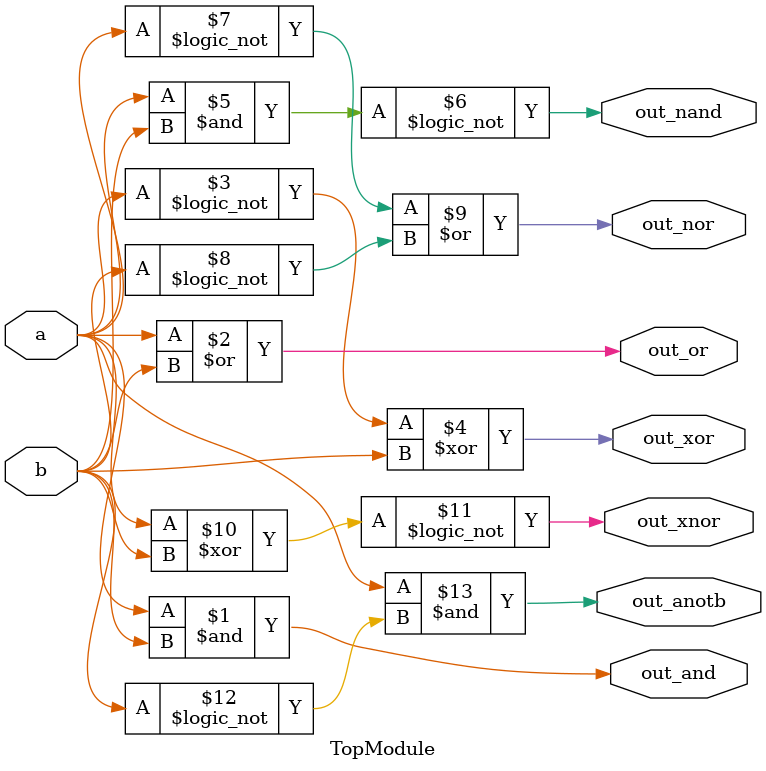
<source format=sv>

module TopModule (
    input a,        // Positive clock/clk triggered
    input b,        // Positive clock/clk triggered
    output out_and, // Positive clock/clk triggered
    output out_or,  // Positive clock/clk triggered
    output out_xor, // Positive clock/clk triggered
    output out_nand, // Positive clock/clk triggered
    output out_nor, // Positive clock/clk triggered
    output out_xnor, // Positive clock/clk triggered
    output out_anotb  // Negative clock/clk triggered
);

    // Combinational logic for all outputs
    assign out_and = a & b;
    assign out_or  = a | b;
    assign out_xor = !a ^ b; // XOR gate is equivalent to NOT-AND-NOT
    assign out_nand = !(a & b);
    assign out_nor  = !a | !b;
    assign out_xnor = !(a ^ b); // XNOR gate is equivalent to AND-OR-NOT

    assign out_anotb = a & !(b);

endmodule // TopModule

// VERILOG-EVAL: errant inclusion of module definition

</source>
